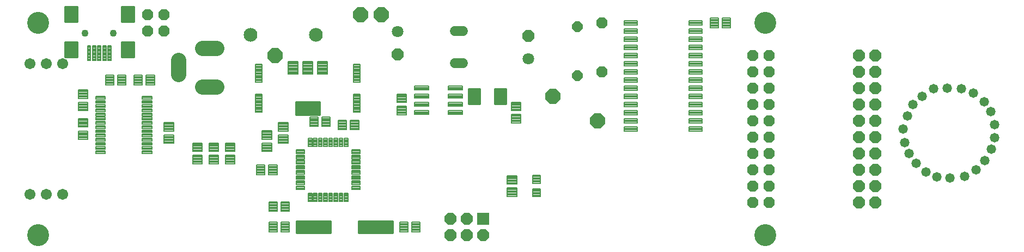
<source format=gts>
G75*
G70*
%OFA0B0*%
%FSLAX24Y24*%
%IPPOS*%
%LPD*%
%AMOC8*
5,1,8,0,0,1.08239X$1,22.5*
%
%ADD10C,0.0083*%
%ADD11C,0.0084*%
%ADD12C,0.0081*%
%ADD13C,0.0596*%
%ADD14OC8,0.0710*%
%ADD15C,0.0710*%
%ADD16OC8,0.0640*%
%ADD17C,0.0082*%
%ADD18OC8,0.0680*%
%ADD19C,0.0580*%
%ADD20C,0.0080*%
%ADD21C,0.0087*%
%ADD22C,0.0081*%
%ADD23R,0.0720X0.0720*%
%ADD24OC8,0.0720*%
%ADD25C,0.0940*%
%ADD26C,0.0840*%
%ADD27C,0.1340*%
%ADD28C,0.0081*%
%ADD29C,0.0080*%
%ADD30C,0.0080*%
%ADD31C,0.0434*%
%ADD32OC8,0.0930*%
%ADD33C,0.0674*%
D10*
X015833Y002506D02*
X016343Y002506D01*
X016343Y001918D01*
X015833Y001918D01*
X015833Y002506D01*
X015833Y002000D02*
X016343Y002000D01*
X016343Y002082D02*
X015833Y002082D01*
X015833Y002164D02*
X016343Y002164D01*
X016343Y002246D02*
X015833Y002246D01*
X015833Y002328D02*
X016343Y002328D01*
X016343Y002410D02*
X015833Y002410D01*
X015833Y002492D02*
X016343Y002492D01*
X016581Y002506D02*
X017091Y002506D01*
X017091Y001918D01*
X016581Y001918D01*
X016581Y002506D01*
X016581Y002000D02*
X017091Y002000D01*
X017091Y002082D02*
X016581Y002082D01*
X016581Y002164D02*
X017091Y002164D01*
X017091Y002246D02*
X016581Y002246D01*
X016581Y002328D02*
X017091Y002328D01*
X017091Y002410D02*
X016581Y002410D01*
X016581Y002492D02*
X017091Y002492D01*
X017091Y003756D02*
X016581Y003756D01*
X017091Y003756D02*
X017091Y003168D01*
X016581Y003168D01*
X016581Y003756D01*
X016581Y003250D02*
X017091Y003250D01*
X017091Y003332D02*
X016581Y003332D01*
X016581Y003414D02*
X017091Y003414D01*
X017091Y003496D02*
X016581Y003496D01*
X016581Y003578D02*
X017091Y003578D01*
X017091Y003660D02*
X016581Y003660D01*
X016581Y003742D02*
X017091Y003742D01*
X016343Y003756D02*
X015833Y003756D01*
X016343Y003756D02*
X016343Y003168D01*
X015833Y003168D01*
X015833Y003756D01*
X015833Y003250D02*
X016343Y003250D01*
X016343Y003332D02*
X015833Y003332D01*
X015833Y003414D02*
X016343Y003414D01*
X016343Y003496D02*
X015833Y003496D01*
X015833Y003578D02*
X016343Y003578D01*
X016343Y003660D02*
X015833Y003660D01*
X015833Y003742D02*
X016343Y003742D01*
X016341Y006006D02*
X015831Y006006D01*
X016341Y006006D02*
X016341Y005418D01*
X015831Y005418D01*
X015831Y006006D01*
X015831Y005500D02*
X016341Y005500D01*
X016341Y005582D02*
X015831Y005582D01*
X015831Y005664D02*
X016341Y005664D01*
X016341Y005746D02*
X015831Y005746D01*
X015831Y005828D02*
X016341Y005828D01*
X016341Y005910D02*
X015831Y005910D01*
X015831Y005992D02*
X016341Y005992D01*
X015593Y006006D02*
X015083Y006006D01*
X015593Y006006D02*
X015593Y005418D01*
X015083Y005418D01*
X015083Y006006D01*
X015083Y005500D02*
X015593Y005500D01*
X015593Y005582D02*
X015083Y005582D01*
X015083Y005664D02*
X015593Y005664D01*
X015593Y005746D02*
X015083Y005746D01*
X015083Y005828D02*
X015593Y005828D01*
X015593Y005910D02*
X015083Y005910D01*
X015083Y005992D02*
X015593Y005992D01*
X013756Y006083D02*
X013756Y006593D01*
X013756Y006083D02*
X013168Y006083D01*
X013168Y006593D01*
X013756Y006593D01*
X013756Y006165D02*
X013168Y006165D01*
X013168Y006247D02*
X013756Y006247D01*
X013756Y006329D02*
X013168Y006329D01*
X013168Y006411D02*
X013756Y006411D01*
X013756Y006493D02*
X013168Y006493D01*
X013168Y006575D02*
X013756Y006575D01*
X012168Y006593D02*
X012168Y006083D01*
X012168Y006593D02*
X012756Y006593D01*
X012756Y006083D01*
X012168Y006083D01*
X012168Y006165D02*
X012756Y006165D01*
X012756Y006247D02*
X012168Y006247D01*
X012168Y006329D02*
X012756Y006329D01*
X012756Y006411D02*
X012168Y006411D01*
X012168Y006493D02*
X012756Y006493D01*
X012756Y006575D02*
X012168Y006575D01*
X011168Y006593D02*
X011168Y006083D01*
X011168Y006593D02*
X011756Y006593D01*
X011756Y006083D01*
X011168Y006083D01*
X011168Y006165D02*
X011756Y006165D01*
X011756Y006247D02*
X011168Y006247D01*
X011168Y006329D02*
X011756Y006329D01*
X011756Y006411D02*
X011168Y006411D01*
X011168Y006493D02*
X011756Y006493D01*
X011756Y006575D02*
X011168Y006575D01*
X011168Y006831D02*
X011168Y007341D01*
X011756Y007341D01*
X011756Y006831D01*
X011168Y006831D01*
X011168Y006913D02*
X011756Y006913D01*
X011756Y006995D02*
X011168Y006995D01*
X011168Y007077D02*
X011756Y007077D01*
X011756Y007159D02*
X011168Y007159D01*
X011168Y007241D02*
X011756Y007241D01*
X011756Y007323D02*
X011168Y007323D01*
X012168Y007341D02*
X012168Y006831D01*
X012168Y007341D02*
X012756Y007341D01*
X012756Y006831D01*
X012168Y006831D01*
X012168Y006913D02*
X012756Y006913D01*
X012756Y006995D02*
X012168Y006995D01*
X012168Y007077D02*
X012756Y007077D01*
X012756Y007159D02*
X012168Y007159D01*
X012168Y007241D02*
X012756Y007241D01*
X012756Y007323D02*
X012168Y007323D01*
X013756Y007341D02*
X013756Y006831D01*
X013168Y006831D01*
X013168Y007341D01*
X013756Y007341D01*
X013756Y006913D02*
X013168Y006913D01*
X013168Y006995D02*
X013756Y006995D01*
X013756Y007077D02*
X013168Y007077D01*
X013168Y007159D02*
X013756Y007159D01*
X013756Y007241D02*
X013168Y007241D01*
X013168Y007323D02*
X013756Y007323D01*
X016006Y007343D02*
X016006Y006833D01*
X015418Y006833D01*
X015418Y007343D01*
X016006Y007343D01*
X016006Y006915D02*
X015418Y006915D01*
X015418Y006997D02*
X016006Y006997D01*
X016006Y007079D02*
X015418Y007079D01*
X015418Y007161D02*
X016006Y007161D01*
X016006Y007243D02*
X015418Y007243D01*
X015418Y007325D02*
X016006Y007325D01*
X016418Y007333D02*
X016418Y007843D01*
X017006Y007843D01*
X017006Y007333D01*
X016418Y007333D01*
X016418Y007415D02*
X017006Y007415D01*
X017006Y007497D02*
X016418Y007497D01*
X016418Y007579D02*
X017006Y007579D01*
X017006Y007661D02*
X016418Y007661D01*
X016418Y007743D02*
X017006Y007743D01*
X017006Y007825D02*
X016418Y007825D01*
X016006Y007581D02*
X016006Y008091D01*
X016006Y007581D02*
X015418Y007581D01*
X015418Y008091D01*
X016006Y008091D01*
X016006Y007663D02*
X015418Y007663D01*
X015418Y007745D02*
X016006Y007745D01*
X016006Y007827D02*
X015418Y007827D01*
X015418Y007909D02*
X016006Y007909D01*
X016006Y007991D02*
X015418Y007991D01*
X015418Y008073D02*
X016006Y008073D01*
X016418Y008081D02*
X016418Y008591D01*
X017006Y008591D01*
X017006Y008081D01*
X016418Y008081D01*
X016418Y008163D02*
X017006Y008163D01*
X017006Y008245D02*
X016418Y008245D01*
X016418Y008327D02*
X017006Y008327D01*
X017006Y008409D02*
X016418Y008409D01*
X016418Y008491D02*
X017006Y008491D01*
X017006Y008573D02*
X016418Y008573D01*
X018333Y008953D02*
X018843Y008953D01*
X018843Y008365D01*
X018333Y008365D01*
X018333Y008953D01*
X018333Y008447D02*
X018843Y008447D01*
X018843Y008529D02*
X018333Y008529D01*
X018333Y008611D02*
X018843Y008611D01*
X018843Y008693D02*
X018333Y008693D01*
X018333Y008775D02*
X018843Y008775D01*
X018843Y008857D02*
X018333Y008857D01*
X018333Y008939D02*
X018843Y008939D01*
X019081Y008953D02*
X019591Y008953D01*
X019591Y008365D01*
X019081Y008365D01*
X019081Y008953D01*
X019081Y008447D02*
X019591Y008447D01*
X019591Y008529D02*
X019081Y008529D01*
X019081Y008611D02*
X019591Y008611D01*
X019591Y008693D02*
X019081Y008693D01*
X019081Y008775D02*
X019591Y008775D01*
X019591Y008857D02*
X019081Y008857D01*
X019081Y008939D02*
X019591Y008939D01*
X020083Y008168D02*
X020593Y008168D01*
X020083Y008168D02*
X020083Y008756D01*
X020593Y008756D01*
X020593Y008168D01*
X020593Y008250D02*
X020083Y008250D01*
X020083Y008332D02*
X020593Y008332D01*
X020593Y008414D02*
X020083Y008414D01*
X020083Y008496D02*
X020593Y008496D01*
X020593Y008578D02*
X020083Y008578D01*
X020083Y008660D02*
X020593Y008660D01*
X020593Y008742D02*
X020083Y008742D01*
X020831Y008168D02*
X021341Y008168D01*
X020831Y008168D02*
X020831Y008756D01*
X021341Y008756D01*
X021341Y008168D01*
X021341Y008250D02*
X020831Y008250D01*
X020831Y008332D02*
X021341Y008332D01*
X021341Y008414D02*
X020831Y008414D01*
X020831Y008496D02*
X021341Y008496D01*
X021341Y008578D02*
X020831Y008578D01*
X020831Y008660D02*
X021341Y008660D01*
X021341Y008742D02*
X020831Y008742D01*
X024256Y009083D02*
X024256Y009593D01*
X024256Y009083D02*
X023668Y009083D01*
X023668Y009593D01*
X024256Y009593D01*
X024256Y009165D02*
X023668Y009165D01*
X023668Y009247D02*
X024256Y009247D01*
X024256Y009329D02*
X023668Y009329D01*
X023668Y009411D02*
X024256Y009411D01*
X024256Y009493D02*
X023668Y009493D01*
X023668Y009575D02*
X024256Y009575D01*
X024256Y009831D02*
X024256Y010341D01*
X024256Y009831D02*
X023668Y009831D01*
X023668Y010341D01*
X024256Y010341D01*
X024256Y009913D02*
X023668Y009913D01*
X023668Y009995D02*
X024256Y009995D01*
X024256Y010077D02*
X023668Y010077D01*
X023668Y010159D02*
X024256Y010159D01*
X024256Y010241D02*
X023668Y010241D01*
X023668Y010323D02*
X024256Y010323D01*
X030668Y009841D02*
X030668Y009331D01*
X030668Y009841D02*
X031256Y009841D01*
X031256Y009331D01*
X030668Y009331D01*
X030668Y009413D02*
X031256Y009413D01*
X031256Y009495D02*
X030668Y009495D01*
X030668Y009577D02*
X031256Y009577D01*
X031256Y009659D02*
X030668Y009659D01*
X030668Y009741D02*
X031256Y009741D01*
X031256Y009823D02*
X030668Y009823D01*
X030668Y009093D02*
X030668Y008583D01*
X030668Y009093D02*
X031256Y009093D01*
X031256Y008583D01*
X030668Y008583D01*
X030668Y008665D02*
X031256Y008665D01*
X031256Y008747D02*
X030668Y008747D01*
X030668Y008829D02*
X031256Y008829D01*
X031256Y008911D02*
X030668Y008911D01*
X030668Y008993D02*
X031256Y008993D01*
X031256Y009075D02*
X030668Y009075D01*
X031977Y004890D02*
X032447Y004890D01*
X031977Y004890D02*
X031977Y005360D01*
X032447Y005360D01*
X032447Y004890D01*
X032447Y004972D02*
X031977Y004972D01*
X031977Y005054D02*
X032447Y005054D01*
X032447Y005136D02*
X031977Y005136D01*
X031977Y005218D02*
X032447Y005218D01*
X032447Y005300D02*
X031977Y005300D01*
X031006Y005341D02*
X031006Y004831D01*
X030418Y004831D01*
X030418Y005341D01*
X031006Y005341D01*
X031006Y004913D02*
X030418Y004913D01*
X030418Y004995D02*
X031006Y004995D01*
X031006Y005077D02*
X030418Y005077D01*
X030418Y005159D02*
X031006Y005159D01*
X031006Y005241D02*
X030418Y005241D01*
X030418Y005323D02*
X031006Y005323D01*
X031006Y004593D02*
X031006Y004083D01*
X030418Y004083D01*
X030418Y004593D01*
X031006Y004593D01*
X031006Y004165D02*
X030418Y004165D01*
X030418Y004247D02*
X031006Y004247D01*
X031006Y004329D02*
X030418Y004329D01*
X030418Y004411D02*
X031006Y004411D01*
X031006Y004493D02*
X030418Y004493D01*
X030418Y004575D02*
X031006Y004575D01*
X031977Y004063D02*
X032447Y004063D01*
X031977Y004063D02*
X031977Y004533D01*
X032447Y004533D01*
X032447Y004063D01*
X032447Y004145D02*
X031977Y004145D01*
X031977Y004227D02*
X032447Y004227D01*
X032447Y004309D02*
X031977Y004309D01*
X031977Y004391D02*
X032447Y004391D01*
X032447Y004473D02*
X031977Y004473D01*
X025091Y001918D02*
X024581Y001918D01*
X024581Y002506D01*
X025091Y002506D01*
X025091Y001918D01*
X025091Y002000D02*
X024581Y002000D01*
X024581Y002082D02*
X025091Y002082D01*
X025091Y002164D02*
X024581Y002164D01*
X024581Y002246D02*
X025091Y002246D01*
X025091Y002328D02*
X024581Y002328D01*
X024581Y002410D02*
X025091Y002410D01*
X025091Y002492D02*
X024581Y002492D01*
X024343Y001918D02*
X023833Y001918D01*
X023833Y002506D01*
X024343Y002506D01*
X024343Y001918D01*
X024343Y002000D02*
X023833Y002000D01*
X023833Y002082D02*
X024343Y002082D01*
X024343Y002164D02*
X023833Y002164D01*
X023833Y002246D02*
X024343Y002246D01*
X024343Y002328D02*
X023833Y002328D01*
X023833Y002410D02*
X024343Y002410D01*
X024343Y002492D02*
X023833Y002492D01*
X010006Y007333D02*
X010006Y007843D01*
X010006Y007333D02*
X009418Y007333D01*
X009418Y007843D01*
X010006Y007843D01*
X010006Y007415D02*
X009418Y007415D01*
X009418Y007497D02*
X010006Y007497D01*
X010006Y007579D02*
X009418Y007579D01*
X009418Y007661D02*
X010006Y007661D01*
X010006Y007743D02*
X009418Y007743D01*
X009418Y007825D02*
X010006Y007825D01*
X010006Y008081D02*
X010006Y008591D01*
X010006Y008081D02*
X009418Y008081D01*
X009418Y008591D01*
X010006Y008591D01*
X010006Y008163D02*
X009418Y008163D01*
X009418Y008245D02*
X010006Y008245D01*
X010006Y008327D02*
X009418Y008327D01*
X009418Y008409D02*
X010006Y008409D01*
X010006Y008491D02*
X009418Y008491D01*
X009418Y008573D02*
X010006Y008573D01*
X004758Y008327D02*
X004758Y008837D01*
X004758Y008327D02*
X004170Y008327D01*
X004170Y008837D01*
X004758Y008837D01*
X004758Y008409D02*
X004170Y008409D01*
X004170Y008491D02*
X004758Y008491D01*
X004758Y008573D02*
X004170Y008573D01*
X004170Y008655D02*
X004758Y008655D01*
X004758Y008737D02*
X004170Y008737D01*
X004170Y008819D02*
X004758Y008819D01*
X004756Y009333D02*
X004756Y009843D01*
X004756Y009333D02*
X004168Y009333D01*
X004168Y009843D01*
X004756Y009843D01*
X004756Y009415D02*
X004168Y009415D01*
X004168Y009497D02*
X004756Y009497D01*
X004756Y009579D02*
X004168Y009579D01*
X004168Y009661D02*
X004756Y009661D01*
X004756Y009743D02*
X004168Y009743D01*
X004168Y009825D02*
X004756Y009825D01*
X004756Y010081D02*
X004756Y010591D01*
X004756Y010081D02*
X004168Y010081D01*
X004168Y010591D01*
X004756Y010591D01*
X004756Y010163D02*
X004168Y010163D01*
X004168Y010245D02*
X004756Y010245D01*
X004756Y010327D02*
X004168Y010327D01*
X004168Y010409D02*
X004756Y010409D01*
X004756Y010491D02*
X004168Y010491D01*
X004168Y010573D02*
X004756Y010573D01*
X005833Y011506D02*
X006343Y011506D01*
X006343Y010918D01*
X005833Y010918D01*
X005833Y011506D01*
X005833Y011000D02*
X006343Y011000D01*
X006343Y011082D02*
X005833Y011082D01*
X005833Y011164D02*
X006343Y011164D01*
X006343Y011246D02*
X005833Y011246D01*
X005833Y011328D02*
X006343Y011328D01*
X006343Y011410D02*
X005833Y011410D01*
X005833Y011492D02*
X006343Y011492D01*
X006581Y011506D02*
X007091Y011506D01*
X007091Y010918D01*
X006581Y010918D01*
X006581Y011506D01*
X006581Y011000D02*
X007091Y011000D01*
X007091Y011082D02*
X006581Y011082D01*
X006581Y011164D02*
X007091Y011164D01*
X007091Y011246D02*
X006581Y011246D01*
X006581Y011328D02*
X007091Y011328D01*
X007091Y011410D02*
X006581Y011410D01*
X006581Y011492D02*
X007091Y011492D01*
X007583Y011506D02*
X008093Y011506D01*
X008093Y010918D01*
X007583Y010918D01*
X007583Y011506D01*
X007583Y011000D02*
X008093Y011000D01*
X008093Y011082D02*
X007583Y011082D01*
X007583Y011164D02*
X008093Y011164D01*
X008093Y011246D02*
X007583Y011246D01*
X007583Y011328D02*
X008093Y011328D01*
X008093Y011410D02*
X007583Y011410D01*
X007583Y011492D02*
X008093Y011492D01*
X008331Y011506D02*
X008841Y011506D01*
X008841Y010918D01*
X008331Y010918D01*
X008331Y011506D01*
X008331Y011000D02*
X008841Y011000D01*
X008841Y011082D02*
X008331Y011082D01*
X008331Y011164D02*
X008841Y011164D01*
X008841Y011246D02*
X008331Y011246D01*
X008331Y011328D02*
X008841Y011328D01*
X008841Y011410D02*
X008331Y011410D01*
X008331Y011492D02*
X008841Y011492D01*
X004758Y008089D02*
X004758Y007579D01*
X004170Y007579D01*
X004170Y008089D01*
X004758Y008089D01*
X004758Y007661D02*
X004170Y007661D01*
X004170Y007743D02*
X004758Y007743D01*
X004758Y007825D02*
X004170Y007825D01*
X004170Y007907D02*
X004758Y007907D01*
X004758Y007989D02*
X004170Y007989D01*
X004170Y008071D02*
X004758Y008071D01*
X042833Y014418D02*
X043343Y014418D01*
X042833Y014418D02*
X042833Y015006D01*
X043343Y015006D01*
X043343Y014418D01*
X043343Y014500D02*
X042833Y014500D01*
X042833Y014582D02*
X043343Y014582D01*
X043343Y014664D02*
X042833Y014664D01*
X042833Y014746D02*
X043343Y014746D01*
X043343Y014828D02*
X042833Y014828D01*
X042833Y014910D02*
X043343Y014910D01*
X043343Y014992D02*
X042833Y014992D01*
X043581Y014418D02*
X044091Y014418D01*
X043581Y014418D02*
X043581Y015006D01*
X044091Y015006D01*
X044091Y014418D01*
X044091Y014500D02*
X043581Y014500D01*
X043581Y014582D02*
X044091Y014582D01*
X044091Y014664D02*
X043581Y014664D01*
X043581Y014746D02*
X044091Y014746D01*
X044091Y014828D02*
X043581Y014828D01*
X043581Y014910D02*
X044091Y014910D01*
X044091Y014992D02*
X043581Y014992D01*
D11*
X023410Y002590D02*
X021314Y002590D01*
X023410Y002590D02*
X023410Y001834D01*
X021314Y001834D01*
X021314Y002590D01*
X021314Y001917D02*
X023410Y001917D01*
X023410Y002000D02*
X021314Y002000D01*
X021314Y002083D02*
X023410Y002083D01*
X023410Y002166D02*
X021314Y002166D01*
X021314Y002249D02*
X023410Y002249D01*
X023410Y002332D02*
X021314Y002332D01*
X021314Y002415D02*
X023410Y002415D01*
X023410Y002498D02*
X021314Y002498D01*
X021314Y002581D02*
X023410Y002581D01*
X019610Y002590D02*
X017514Y002590D01*
X019610Y002590D02*
X019610Y001834D01*
X017514Y001834D01*
X017514Y002590D01*
X017514Y001917D02*
X019610Y001917D01*
X019610Y002000D02*
X017514Y002000D01*
X017514Y002083D02*
X019610Y002083D01*
X019610Y002166D02*
X017514Y002166D01*
X017514Y002249D02*
X019610Y002249D01*
X019610Y002332D02*
X017514Y002332D01*
X017514Y002415D02*
X019610Y002415D01*
X019610Y002498D02*
X017514Y002498D01*
X017514Y002581D02*
X019610Y002581D01*
D12*
X021015Y009235D02*
X021015Y010337D01*
X021409Y010337D01*
X021409Y009235D01*
X021015Y009235D01*
X021015Y009315D02*
X021409Y009315D01*
X021409Y009395D02*
X021015Y009395D01*
X021015Y009475D02*
X021409Y009475D01*
X021409Y009555D02*
X021015Y009555D01*
X021015Y009635D02*
X021409Y009635D01*
X021409Y009715D02*
X021015Y009715D01*
X021015Y009795D02*
X021409Y009795D01*
X021409Y009875D02*
X021015Y009875D01*
X021015Y009955D02*
X021409Y009955D01*
X021409Y010035D02*
X021015Y010035D01*
X021015Y010115D02*
X021409Y010115D01*
X021409Y010195D02*
X021015Y010195D01*
X021015Y010275D02*
X021409Y010275D01*
X021015Y011086D02*
X021015Y012188D01*
X021409Y012188D01*
X021409Y011086D01*
X021015Y011086D01*
X021015Y011166D02*
X021409Y011166D01*
X021409Y011246D02*
X021015Y011246D01*
X021015Y011326D02*
X021409Y011326D01*
X021409Y011406D02*
X021015Y011406D01*
X021015Y011486D02*
X021409Y011486D01*
X021409Y011566D02*
X021015Y011566D01*
X021015Y011646D02*
X021409Y011646D01*
X021409Y011726D02*
X021015Y011726D01*
X021015Y011806D02*
X021409Y011806D01*
X021409Y011886D02*
X021015Y011886D01*
X021015Y011966D02*
X021409Y011966D01*
X021409Y012046D02*
X021015Y012046D01*
X021015Y012126D02*
X021409Y012126D01*
X015409Y012188D02*
X015409Y011086D01*
X015015Y011086D01*
X015015Y012188D01*
X015409Y012188D01*
X015409Y011166D02*
X015015Y011166D01*
X015015Y011246D02*
X015409Y011246D01*
X015409Y011326D02*
X015015Y011326D01*
X015015Y011406D02*
X015409Y011406D01*
X015409Y011486D02*
X015015Y011486D01*
X015015Y011566D02*
X015409Y011566D01*
X015409Y011646D02*
X015015Y011646D01*
X015015Y011726D02*
X015409Y011726D01*
X015409Y011806D02*
X015015Y011806D01*
X015015Y011886D02*
X015409Y011886D01*
X015409Y011966D02*
X015015Y011966D01*
X015015Y012046D02*
X015409Y012046D01*
X015409Y012126D02*
X015015Y012126D01*
X015409Y010337D02*
X015409Y009235D01*
X015015Y009235D01*
X015015Y010337D01*
X015409Y010337D01*
X015409Y009315D02*
X015015Y009315D01*
X015015Y009395D02*
X015409Y009395D01*
X015409Y009475D02*
X015015Y009475D01*
X015015Y009555D02*
X015409Y009555D01*
X015409Y009635D02*
X015015Y009635D01*
X015015Y009715D02*
X015409Y009715D01*
X015409Y009795D02*
X015015Y009795D01*
X015015Y009875D02*
X015409Y009875D01*
X015409Y009955D02*
X015015Y009955D01*
X015015Y010035D02*
X015409Y010035D01*
X015409Y010115D02*
X015015Y010115D01*
X015015Y010195D02*
X015409Y010195D01*
X015409Y010275D02*
X015015Y010275D01*
D13*
X027204Y012227D02*
X027719Y012227D01*
X027719Y014196D02*
X027204Y014196D01*
D14*
X031712Y013912D03*
X023712Y012762D03*
D15*
X023712Y014162D03*
X031712Y012512D03*
D16*
X034712Y011462D03*
X034712Y014462D03*
D17*
X037583Y014583D02*
X037583Y014841D01*
X038381Y014841D01*
X038381Y014583D01*
X037583Y014583D01*
X037583Y014664D02*
X038381Y014664D01*
X038381Y014745D02*
X037583Y014745D01*
X037583Y014826D02*
X038381Y014826D01*
X037583Y014341D02*
X037583Y014083D01*
X037583Y014341D02*
X038381Y014341D01*
X038381Y014083D01*
X037583Y014083D01*
X037583Y014164D02*
X038381Y014164D01*
X038381Y014245D02*
X037583Y014245D01*
X037583Y014326D02*
X038381Y014326D01*
X037583Y013841D02*
X037583Y013583D01*
X037583Y013841D02*
X038381Y013841D01*
X038381Y013583D01*
X037583Y013583D01*
X037583Y013664D02*
X038381Y013664D01*
X038381Y013745D02*
X037583Y013745D01*
X037583Y013826D02*
X038381Y013826D01*
X037583Y013341D02*
X037583Y013083D01*
X037583Y013341D02*
X038381Y013341D01*
X038381Y013083D01*
X037583Y013083D01*
X037583Y013164D02*
X038381Y013164D01*
X038381Y013245D02*
X037583Y013245D01*
X037583Y013326D02*
X038381Y013326D01*
X037583Y012841D02*
X037583Y012583D01*
X037583Y012841D02*
X038381Y012841D01*
X038381Y012583D01*
X037583Y012583D01*
X037583Y012664D02*
X038381Y012664D01*
X038381Y012745D02*
X037583Y012745D01*
X037583Y012826D02*
X038381Y012826D01*
X037583Y012341D02*
X037583Y012083D01*
X037583Y012341D02*
X038381Y012341D01*
X038381Y012083D01*
X037583Y012083D01*
X037583Y012164D02*
X038381Y012164D01*
X038381Y012245D02*
X037583Y012245D01*
X037583Y012326D02*
X038381Y012326D01*
X037583Y011841D02*
X037583Y011583D01*
X037583Y011841D02*
X038381Y011841D01*
X038381Y011583D01*
X037583Y011583D01*
X037583Y011664D02*
X038381Y011664D01*
X038381Y011745D02*
X037583Y011745D01*
X037583Y011826D02*
X038381Y011826D01*
X037583Y011341D02*
X037583Y011083D01*
X037583Y011341D02*
X038381Y011341D01*
X038381Y011083D01*
X037583Y011083D01*
X037583Y011164D02*
X038381Y011164D01*
X038381Y011245D02*
X037583Y011245D01*
X037583Y011326D02*
X038381Y011326D01*
X037583Y010841D02*
X037583Y010583D01*
X037583Y010841D02*
X038381Y010841D01*
X038381Y010583D01*
X037583Y010583D01*
X037583Y010664D02*
X038381Y010664D01*
X038381Y010745D02*
X037583Y010745D01*
X037583Y010826D02*
X038381Y010826D01*
X037583Y010341D02*
X037583Y010083D01*
X037583Y010341D02*
X038381Y010341D01*
X038381Y010083D01*
X037583Y010083D01*
X037583Y010164D02*
X038381Y010164D01*
X038381Y010245D02*
X037583Y010245D01*
X037583Y010326D02*
X038381Y010326D01*
X037583Y009841D02*
X037583Y009583D01*
X037583Y009841D02*
X038381Y009841D01*
X038381Y009583D01*
X037583Y009583D01*
X037583Y009664D02*
X038381Y009664D01*
X038381Y009745D02*
X037583Y009745D01*
X037583Y009826D02*
X038381Y009826D01*
X037583Y009341D02*
X037583Y009083D01*
X037583Y009341D02*
X038381Y009341D01*
X038381Y009083D01*
X037583Y009083D01*
X037583Y009164D02*
X038381Y009164D01*
X038381Y009245D02*
X037583Y009245D01*
X037583Y009326D02*
X038381Y009326D01*
X037583Y008841D02*
X037583Y008583D01*
X037583Y008841D02*
X038381Y008841D01*
X038381Y008583D01*
X037583Y008583D01*
X037583Y008664D02*
X038381Y008664D01*
X038381Y008745D02*
X037583Y008745D01*
X037583Y008826D02*
X038381Y008826D01*
X037583Y008341D02*
X037583Y008083D01*
X037583Y008341D02*
X038381Y008341D01*
X038381Y008083D01*
X037583Y008083D01*
X037583Y008164D02*
X038381Y008164D01*
X038381Y008245D02*
X037583Y008245D01*
X037583Y008326D02*
X038381Y008326D01*
X041543Y008341D02*
X041543Y008083D01*
X041543Y008341D02*
X042341Y008341D01*
X042341Y008083D01*
X041543Y008083D01*
X041543Y008164D02*
X042341Y008164D01*
X042341Y008245D02*
X041543Y008245D01*
X041543Y008326D02*
X042341Y008326D01*
X041543Y008583D02*
X041543Y008841D01*
X042341Y008841D01*
X042341Y008583D01*
X041543Y008583D01*
X041543Y008664D02*
X042341Y008664D01*
X042341Y008745D02*
X041543Y008745D01*
X041543Y008826D02*
X042341Y008826D01*
X041543Y009083D02*
X041543Y009341D01*
X042341Y009341D01*
X042341Y009083D01*
X041543Y009083D01*
X041543Y009164D02*
X042341Y009164D01*
X042341Y009245D02*
X041543Y009245D01*
X041543Y009326D02*
X042341Y009326D01*
X041543Y009583D02*
X041543Y009841D01*
X042341Y009841D01*
X042341Y009583D01*
X041543Y009583D01*
X041543Y009664D02*
X042341Y009664D01*
X042341Y009745D02*
X041543Y009745D01*
X041543Y009826D02*
X042341Y009826D01*
X041543Y010083D02*
X041543Y010341D01*
X042341Y010341D01*
X042341Y010083D01*
X041543Y010083D01*
X041543Y010164D02*
X042341Y010164D01*
X042341Y010245D02*
X041543Y010245D01*
X041543Y010326D02*
X042341Y010326D01*
X041543Y010583D02*
X041543Y010841D01*
X042341Y010841D01*
X042341Y010583D01*
X041543Y010583D01*
X041543Y010664D02*
X042341Y010664D01*
X042341Y010745D02*
X041543Y010745D01*
X041543Y010826D02*
X042341Y010826D01*
X041543Y011083D02*
X041543Y011341D01*
X042341Y011341D01*
X042341Y011083D01*
X041543Y011083D01*
X041543Y011164D02*
X042341Y011164D01*
X042341Y011245D02*
X041543Y011245D01*
X041543Y011326D02*
X042341Y011326D01*
X041543Y011583D02*
X041543Y011841D01*
X042341Y011841D01*
X042341Y011583D01*
X041543Y011583D01*
X041543Y011664D02*
X042341Y011664D01*
X042341Y011745D02*
X041543Y011745D01*
X041543Y011826D02*
X042341Y011826D01*
X041543Y012083D02*
X041543Y012341D01*
X042341Y012341D01*
X042341Y012083D01*
X041543Y012083D01*
X041543Y012164D02*
X042341Y012164D01*
X042341Y012245D02*
X041543Y012245D01*
X041543Y012326D02*
X042341Y012326D01*
X041543Y012583D02*
X041543Y012841D01*
X042341Y012841D01*
X042341Y012583D01*
X041543Y012583D01*
X041543Y012664D02*
X042341Y012664D01*
X042341Y012745D02*
X041543Y012745D01*
X041543Y012826D02*
X042341Y012826D01*
X041543Y013083D02*
X041543Y013341D01*
X042341Y013341D01*
X042341Y013083D01*
X041543Y013083D01*
X041543Y013164D02*
X042341Y013164D01*
X042341Y013245D02*
X041543Y013245D01*
X041543Y013326D02*
X042341Y013326D01*
X041543Y013583D02*
X041543Y013841D01*
X042341Y013841D01*
X042341Y013583D01*
X041543Y013583D01*
X041543Y013664D02*
X042341Y013664D01*
X042341Y013745D02*
X041543Y013745D01*
X041543Y013826D02*
X042341Y013826D01*
X041543Y014083D02*
X041543Y014341D01*
X042341Y014341D01*
X042341Y014083D01*
X041543Y014083D01*
X041543Y014164D02*
X042341Y014164D01*
X042341Y014245D02*
X041543Y014245D01*
X041543Y014326D02*
X042341Y014326D01*
X041543Y014583D02*
X041543Y014841D01*
X042341Y014841D01*
X042341Y014583D01*
X041543Y014583D01*
X041543Y014664D02*
X042341Y014664D01*
X042341Y014745D02*
X041543Y014745D01*
X041543Y014826D02*
X042341Y014826D01*
D18*
X036212Y014712D03*
X045462Y012712D03*
X046462Y012712D03*
X046462Y011712D03*
X045462Y011712D03*
X045462Y010712D03*
X046462Y010712D03*
X046462Y009712D03*
X045462Y009712D03*
X045462Y008712D03*
X046462Y008712D03*
X046462Y007712D03*
X045462Y007712D03*
X045462Y006712D03*
X046462Y006712D03*
X046462Y005712D03*
X045462Y005712D03*
X045462Y004712D03*
X046462Y004712D03*
X046462Y003712D03*
X045462Y003712D03*
X036212Y011712D03*
X009409Y014212D03*
X008409Y014212D03*
X008409Y015212D03*
X009409Y015212D03*
D19*
X054662Y008212D03*
X054912Y009012D03*
X055262Y009712D03*
X055812Y010212D03*
X056512Y010662D03*
X057362Y010712D03*
X058212Y010662D03*
X058962Y010412D03*
X059612Y009862D03*
X060012Y009262D03*
X060262Y008462D03*
X060262Y007662D03*
X060062Y006962D03*
X059662Y006262D03*
X059112Y005712D03*
X058412Y005312D03*
X057512Y005212D03*
X056712Y005262D03*
X056062Y005562D03*
X055462Y006112D03*
X055012Y006712D03*
X054762Y007362D03*
D20*
X026807Y009092D02*
X026807Y009332D01*
X027677Y009332D01*
X027677Y009092D01*
X026807Y009092D01*
X026807Y009171D02*
X027677Y009171D01*
X027677Y009250D02*
X026807Y009250D01*
X026807Y009329D02*
X027677Y009329D01*
X026807Y009592D02*
X026807Y009832D01*
X027677Y009832D01*
X027677Y009592D01*
X026807Y009592D01*
X026807Y009671D02*
X027677Y009671D01*
X027677Y009750D02*
X026807Y009750D01*
X026807Y009829D02*
X027677Y009829D01*
X026807Y010092D02*
X026807Y010332D01*
X027677Y010332D01*
X027677Y010092D01*
X026807Y010092D01*
X026807Y010171D02*
X027677Y010171D01*
X027677Y010250D02*
X026807Y010250D01*
X026807Y010329D02*
X027677Y010329D01*
X026807Y010592D02*
X026807Y010832D01*
X027677Y010832D01*
X027677Y010592D01*
X026807Y010592D01*
X026807Y010671D02*
X027677Y010671D01*
X027677Y010750D02*
X026807Y010750D01*
X026807Y010829D02*
X027677Y010829D01*
X024747Y010832D02*
X024747Y010592D01*
X024747Y010832D02*
X025617Y010832D01*
X025617Y010592D01*
X024747Y010592D01*
X024747Y010671D02*
X025617Y010671D01*
X025617Y010750D02*
X024747Y010750D01*
X024747Y010829D02*
X025617Y010829D01*
X024747Y010332D02*
X024747Y010092D01*
X024747Y010332D02*
X025617Y010332D01*
X025617Y010092D01*
X024747Y010092D01*
X024747Y010171D02*
X025617Y010171D01*
X025617Y010250D02*
X024747Y010250D01*
X024747Y010329D02*
X025617Y010329D01*
X024747Y009832D02*
X024747Y009592D01*
X024747Y009832D02*
X025617Y009832D01*
X025617Y009592D01*
X024747Y009592D01*
X024747Y009671D02*
X025617Y009671D01*
X025617Y009750D02*
X024747Y009750D01*
X024747Y009829D02*
X025617Y009829D01*
X024747Y009332D02*
X024747Y009092D01*
X024747Y009332D02*
X025617Y009332D01*
X025617Y009092D01*
X024747Y009092D01*
X024747Y009171D02*
X025617Y009171D01*
X025617Y009250D02*
X024747Y009250D01*
X024747Y009329D02*
X025617Y009329D01*
D21*
X028063Y009743D02*
X028765Y009743D01*
X028063Y009743D02*
X028063Y010681D01*
X028765Y010681D01*
X028765Y009743D01*
X028765Y009829D02*
X028063Y009829D01*
X028063Y009915D02*
X028765Y009915D01*
X028765Y010001D02*
X028063Y010001D01*
X028063Y010087D02*
X028765Y010087D01*
X028765Y010173D02*
X028063Y010173D01*
X028063Y010259D02*
X028765Y010259D01*
X028765Y010345D02*
X028063Y010345D01*
X028063Y010431D02*
X028765Y010431D01*
X028765Y010517D02*
X028063Y010517D01*
X028063Y010603D02*
X028765Y010603D01*
X029658Y010681D02*
X030360Y010681D01*
X030360Y009743D01*
X029658Y009743D01*
X029658Y010681D01*
X029658Y009829D02*
X030360Y009829D01*
X030360Y009915D02*
X029658Y009915D01*
X029658Y010001D02*
X030360Y010001D01*
X030360Y010087D02*
X029658Y010087D01*
X029658Y010173D02*
X030360Y010173D01*
X030360Y010259D02*
X029658Y010259D01*
X029658Y010345D02*
X030360Y010345D01*
X030360Y010431D02*
X029658Y010431D01*
X029658Y010517D02*
X030360Y010517D01*
X030360Y010603D02*
X029658Y010603D01*
X018957Y009861D02*
X017467Y009861D01*
X018957Y009861D02*
X018957Y009081D01*
X017467Y009081D01*
X017467Y009861D01*
X017467Y009167D02*
X018957Y009167D01*
X018957Y009253D02*
X017467Y009253D01*
X017467Y009339D02*
X018957Y009339D01*
X018957Y009425D02*
X017467Y009425D01*
X017467Y009511D02*
X018957Y009511D01*
X018957Y009597D02*
X017467Y009597D01*
X017467Y009683D02*
X018957Y009683D01*
X018957Y009769D02*
X017467Y009769D01*
X017467Y009855D02*
X018957Y009855D01*
X007584Y013553D02*
X006804Y013553D01*
X007584Y013553D02*
X007584Y012615D01*
X006804Y012615D01*
X006804Y013553D01*
X006804Y012701D02*
X007584Y012701D01*
X007584Y012787D02*
X006804Y012787D01*
X006804Y012873D02*
X007584Y012873D01*
X007584Y012959D02*
X006804Y012959D01*
X006804Y013045D02*
X007584Y013045D01*
X007584Y013131D02*
X006804Y013131D01*
X006804Y013217D02*
X007584Y013217D01*
X007584Y013303D02*
X006804Y013303D01*
X006804Y013389D02*
X007584Y013389D01*
X007584Y013475D02*
X006804Y013475D01*
X004119Y013553D02*
X003339Y013553D01*
X004119Y013553D02*
X004119Y012615D01*
X003339Y012615D01*
X003339Y013553D01*
X003339Y012701D02*
X004119Y012701D01*
X004119Y012787D02*
X003339Y012787D01*
X003339Y012873D02*
X004119Y012873D01*
X004119Y012959D02*
X003339Y012959D01*
X003339Y013045D02*
X004119Y013045D01*
X004119Y013131D02*
X003339Y013131D01*
X003339Y013217D02*
X004119Y013217D01*
X004119Y013303D02*
X003339Y013303D01*
X003339Y013389D02*
X004119Y013389D01*
X004119Y013475D02*
X003339Y013475D01*
X003339Y015718D02*
X004119Y015718D01*
X004119Y014780D01*
X003339Y014780D01*
X003339Y015718D01*
X003339Y014866D02*
X004119Y014866D01*
X004119Y014952D02*
X003339Y014952D01*
X003339Y015038D02*
X004119Y015038D01*
X004119Y015124D02*
X003339Y015124D01*
X003339Y015210D02*
X004119Y015210D01*
X004119Y015296D02*
X003339Y015296D01*
X003339Y015382D02*
X004119Y015382D01*
X004119Y015468D02*
X003339Y015468D01*
X003339Y015554D02*
X004119Y015554D01*
X004119Y015640D02*
X003339Y015640D01*
X006804Y015718D02*
X007584Y015718D01*
X007584Y014780D01*
X006804Y014780D01*
X006804Y015718D01*
X006804Y014866D02*
X007584Y014866D01*
X007584Y014952D02*
X006804Y014952D01*
X006804Y015038D02*
X007584Y015038D01*
X007584Y015124D02*
X006804Y015124D01*
X006804Y015210D02*
X007584Y015210D01*
X007584Y015296D02*
X006804Y015296D01*
X006804Y015382D02*
X007584Y015382D01*
X007584Y015468D02*
X006804Y015468D01*
X006804Y015554D02*
X007584Y015554D01*
X007584Y015640D02*
X006804Y015640D01*
D22*
X018469Y007652D02*
X018469Y007152D01*
X018249Y007152D01*
X018249Y007652D01*
X018469Y007652D01*
X018469Y007232D02*
X018249Y007232D01*
X018249Y007312D02*
X018469Y007312D01*
X018469Y007392D02*
X018249Y007392D01*
X018249Y007472D02*
X018469Y007472D01*
X018469Y007552D02*
X018249Y007552D01*
X018249Y007632D02*
X018469Y007632D01*
X018784Y007652D02*
X018784Y007152D01*
X018564Y007152D01*
X018564Y007652D01*
X018784Y007652D01*
X018784Y007232D02*
X018564Y007232D01*
X018564Y007312D02*
X018784Y007312D01*
X018784Y007392D02*
X018564Y007392D01*
X018564Y007472D02*
X018784Y007472D01*
X018784Y007552D02*
X018564Y007552D01*
X018564Y007632D02*
X018784Y007632D01*
X019099Y007652D02*
X019099Y007152D01*
X018879Y007152D01*
X018879Y007652D01*
X019099Y007652D01*
X019099Y007232D02*
X018879Y007232D01*
X018879Y007312D02*
X019099Y007312D01*
X019099Y007392D02*
X018879Y007392D01*
X018879Y007472D02*
X019099Y007472D01*
X019099Y007552D02*
X018879Y007552D01*
X018879Y007632D02*
X019099Y007632D01*
X019414Y007652D02*
X019414Y007152D01*
X019194Y007152D01*
X019194Y007652D01*
X019414Y007652D01*
X019414Y007232D02*
X019194Y007232D01*
X019194Y007312D02*
X019414Y007312D01*
X019414Y007392D02*
X019194Y007392D01*
X019194Y007472D02*
X019414Y007472D01*
X019414Y007552D02*
X019194Y007552D01*
X019194Y007632D02*
X019414Y007632D01*
X019729Y007652D02*
X019729Y007152D01*
X019509Y007152D01*
X019509Y007652D01*
X019729Y007652D01*
X019729Y007232D02*
X019509Y007232D01*
X019509Y007312D02*
X019729Y007312D01*
X019729Y007392D02*
X019509Y007392D01*
X019509Y007472D02*
X019729Y007472D01*
X019729Y007552D02*
X019509Y007552D01*
X019509Y007632D02*
X019729Y007632D01*
X020044Y007652D02*
X020044Y007152D01*
X019824Y007152D01*
X019824Y007652D01*
X020044Y007652D01*
X020044Y007232D02*
X019824Y007232D01*
X019824Y007312D02*
X020044Y007312D01*
X020044Y007392D02*
X019824Y007392D01*
X019824Y007472D02*
X020044Y007472D01*
X020044Y007552D02*
X019824Y007552D01*
X019824Y007632D02*
X020044Y007632D01*
X020359Y007652D02*
X020359Y007152D01*
X020139Y007152D01*
X020139Y007652D01*
X020359Y007652D01*
X020359Y007232D02*
X020139Y007232D01*
X020139Y007312D02*
X020359Y007312D01*
X020359Y007392D02*
X020139Y007392D01*
X020139Y007472D02*
X020359Y007472D01*
X020359Y007552D02*
X020139Y007552D01*
X020139Y007632D02*
X020359Y007632D01*
X020674Y007652D02*
X020674Y007152D01*
X020454Y007152D01*
X020454Y007652D01*
X020674Y007652D01*
X020674Y007232D02*
X020454Y007232D01*
X020454Y007312D02*
X020674Y007312D01*
X020674Y007392D02*
X020454Y007392D01*
X020454Y007472D02*
X020674Y007472D01*
X020674Y007552D02*
X020454Y007552D01*
X020454Y007632D02*
X020674Y007632D01*
X021402Y006924D02*
X021402Y006704D01*
X020902Y006704D01*
X020902Y006924D01*
X021402Y006924D01*
X021402Y006784D02*
X020902Y006784D01*
X020902Y006864D02*
X021402Y006864D01*
X021402Y006609D02*
X021402Y006389D01*
X020902Y006389D01*
X020902Y006609D01*
X021402Y006609D01*
X021402Y006469D02*
X020902Y006469D01*
X020902Y006549D02*
X021402Y006549D01*
X021402Y006294D02*
X021402Y006074D01*
X020902Y006074D01*
X020902Y006294D01*
X021402Y006294D01*
X021402Y006154D02*
X020902Y006154D01*
X020902Y006234D02*
X021402Y006234D01*
X021402Y005979D02*
X021402Y005759D01*
X020902Y005759D01*
X020902Y005979D01*
X021402Y005979D01*
X021402Y005839D02*
X020902Y005839D01*
X020902Y005919D02*
X021402Y005919D01*
X021402Y005664D02*
X021402Y005444D01*
X020902Y005444D01*
X020902Y005664D01*
X021402Y005664D01*
X021402Y005524D02*
X020902Y005524D01*
X020902Y005604D02*
X021402Y005604D01*
X021402Y005349D02*
X021402Y005129D01*
X020902Y005129D01*
X020902Y005349D01*
X021402Y005349D01*
X021402Y005209D02*
X020902Y005209D01*
X020902Y005289D02*
X021402Y005289D01*
X021402Y005034D02*
X021402Y004814D01*
X020902Y004814D01*
X020902Y005034D01*
X021402Y005034D01*
X021402Y004894D02*
X020902Y004894D01*
X020902Y004974D02*
X021402Y004974D01*
X021402Y004719D02*
X021402Y004499D01*
X020902Y004499D01*
X020902Y004719D01*
X021402Y004719D01*
X021402Y004579D02*
X020902Y004579D01*
X020902Y004659D02*
X021402Y004659D01*
X020674Y004272D02*
X020674Y003772D01*
X020454Y003772D01*
X020454Y004272D01*
X020674Y004272D01*
X020674Y003852D02*
X020454Y003852D01*
X020454Y003932D02*
X020674Y003932D01*
X020674Y004012D02*
X020454Y004012D01*
X020454Y004092D02*
X020674Y004092D01*
X020674Y004172D02*
X020454Y004172D01*
X020454Y004252D02*
X020674Y004252D01*
X020359Y004272D02*
X020359Y003772D01*
X020139Y003772D01*
X020139Y004272D01*
X020359Y004272D01*
X020359Y003852D02*
X020139Y003852D01*
X020139Y003932D02*
X020359Y003932D01*
X020359Y004012D02*
X020139Y004012D01*
X020139Y004092D02*
X020359Y004092D01*
X020359Y004172D02*
X020139Y004172D01*
X020139Y004252D02*
X020359Y004252D01*
X020044Y004272D02*
X020044Y003772D01*
X019824Y003772D01*
X019824Y004272D01*
X020044Y004272D01*
X020044Y003852D02*
X019824Y003852D01*
X019824Y003932D02*
X020044Y003932D01*
X020044Y004012D02*
X019824Y004012D01*
X019824Y004092D02*
X020044Y004092D01*
X020044Y004172D02*
X019824Y004172D01*
X019824Y004252D02*
X020044Y004252D01*
X019729Y004272D02*
X019729Y003772D01*
X019509Y003772D01*
X019509Y004272D01*
X019729Y004272D01*
X019729Y003852D02*
X019509Y003852D01*
X019509Y003932D02*
X019729Y003932D01*
X019729Y004012D02*
X019509Y004012D01*
X019509Y004092D02*
X019729Y004092D01*
X019729Y004172D02*
X019509Y004172D01*
X019509Y004252D02*
X019729Y004252D01*
X019414Y004272D02*
X019414Y003772D01*
X019194Y003772D01*
X019194Y004272D01*
X019414Y004272D01*
X019414Y003852D02*
X019194Y003852D01*
X019194Y003932D02*
X019414Y003932D01*
X019414Y004012D02*
X019194Y004012D01*
X019194Y004092D02*
X019414Y004092D01*
X019414Y004172D02*
X019194Y004172D01*
X019194Y004252D02*
X019414Y004252D01*
X019099Y004272D02*
X019099Y003772D01*
X018879Y003772D01*
X018879Y004272D01*
X019099Y004272D01*
X019099Y003852D02*
X018879Y003852D01*
X018879Y003932D02*
X019099Y003932D01*
X019099Y004012D02*
X018879Y004012D01*
X018879Y004092D02*
X019099Y004092D01*
X019099Y004172D02*
X018879Y004172D01*
X018879Y004252D02*
X019099Y004252D01*
X018784Y004272D02*
X018784Y003772D01*
X018564Y003772D01*
X018564Y004272D01*
X018784Y004272D01*
X018784Y003852D02*
X018564Y003852D01*
X018564Y003932D02*
X018784Y003932D01*
X018784Y004012D02*
X018564Y004012D01*
X018564Y004092D02*
X018784Y004092D01*
X018784Y004172D02*
X018564Y004172D01*
X018564Y004252D02*
X018784Y004252D01*
X018469Y004272D02*
X018469Y003772D01*
X018249Y003772D01*
X018249Y004272D01*
X018469Y004272D01*
X018469Y003852D02*
X018249Y003852D01*
X018249Y003932D02*
X018469Y003932D01*
X018469Y004012D02*
X018249Y004012D01*
X018249Y004092D02*
X018469Y004092D01*
X018469Y004172D02*
X018249Y004172D01*
X018249Y004252D02*
X018469Y004252D01*
X018022Y004499D02*
X018022Y004719D01*
X018022Y004499D02*
X017522Y004499D01*
X017522Y004719D01*
X018022Y004719D01*
X018022Y004579D02*
X017522Y004579D01*
X017522Y004659D02*
X018022Y004659D01*
X018022Y004814D02*
X018022Y005034D01*
X018022Y004814D02*
X017522Y004814D01*
X017522Y005034D01*
X018022Y005034D01*
X018022Y004894D02*
X017522Y004894D01*
X017522Y004974D02*
X018022Y004974D01*
X018022Y005129D02*
X018022Y005349D01*
X018022Y005129D02*
X017522Y005129D01*
X017522Y005349D01*
X018022Y005349D01*
X018022Y005209D02*
X017522Y005209D01*
X017522Y005289D02*
X018022Y005289D01*
X018022Y005444D02*
X018022Y005664D01*
X018022Y005444D02*
X017522Y005444D01*
X017522Y005664D01*
X018022Y005664D01*
X018022Y005524D02*
X017522Y005524D01*
X017522Y005604D02*
X018022Y005604D01*
X018022Y005759D02*
X018022Y005979D01*
X018022Y005759D02*
X017522Y005759D01*
X017522Y005979D01*
X018022Y005979D01*
X018022Y005839D02*
X017522Y005839D01*
X017522Y005919D02*
X018022Y005919D01*
X018022Y006074D02*
X018022Y006294D01*
X018022Y006074D02*
X017522Y006074D01*
X017522Y006294D01*
X018022Y006294D01*
X018022Y006154D02*
X017522Y006154D01*
X017522Y006234D02*
X018022Y006234D01*
X018022Y006389D02*
X018022Y006609D01*
X018022Y006389D02*
X017522Y006389D01*
X017522Y006609D01*
X018022Y006609D01*
X018022Y006469D02*
X017522Y006469D01*
X017522Y006549D02*
X018022Y006549D01*
X018022Y006704D02*
X018022Y006924D01*
X018022Y006704D02*
X017522Y006704D01*
X017522Y006924D01*
X018022Y006924D01*
X018022Y006784D02*
X017522Y006784D01*
X017522Y006864D02*
X018022Y006864D01*
D23*
X028962Y002712D03*
D24*
X027962Y002712D03*
X026962Y002712D03*
X026962Y001712D03*
X027962Y001712D03*
X028962Y001712D03*
X051962Y003712D03*
X052962Y003712D03*
X052962Y004712D03*
X051962Y004712D03*
X051962Y005712D03*
X052962Y005712D03*
X052962Y006712D03*
X051962Y006712D03*
X051962Y007712D03*
X052962Y007712D03*
X052962Y008712D03*
X051962Y008712D03*
X051962Y009712D03*
X052962Y009712D03*
X052962Y010712D03*
X051962Y010712D03*
X051962Y011712D03*
X052962Y011712D03*
X052962Y012712D03*
X051962Y012712D03*
D25*
X012642Y013143D02*
X011782Y013143D01*
X010322Y012392D02*
X010322Y011532D01*
X011782Y010781D02*
X012642Y010781D01*
D26*
X014712Y013962D03*
X018712Y013962D03*
D27*
X001712Y001712D03*
X046212Y001712D03*
X046212Y014712D03*
X001712Y014712D03*
D28*
X005829Y010203D02*
X005829Y010047D01*
X005239Y010047D01*
X005239Y010203D01*
X005829Y010203D01*
X005829Y010127D02*
X005239Y010127D01*
X005829Y009947D02*
X005829Y009791D01*
X005239Y009791D01*
X005239Y009947D01*
X005829Y009947D01*
X005829Y009871D02*
X005239Y009871D01*
X005829Y009691D02*
X005829Y009535D01*
X005239Y009535D01*
X005239Y009691D01*
X005829Y009691D01*
X005829Y009615D02*
X005239Y009615D01*
X005829Y009435D02*
X005829Y009279D01*
X005239Y009279D01*
X005239Y009435D01*
X005829Y009435D01*
X005829Y009359D02*
X005239Y009359D01*
X005829Y009179D02*
X005829Y009023D01*
X005239Y009023D01*
X005239Y009179D01*
X005829Y009179D01*
X005829Y009103D02*
X005239Y009103D01*
X005829Y008924D02*
X005829Y008768D01*
X005239Y008768D01*
X005239Y008924D01*
X005829Y008924D01*
X005829Y008848D02*
X005239Y008848D01*
X005829Y008668D02*
X005829Y008512D01*
X005239Y008512D01*
X005239Y008668D01*
X005829Y008668D01*
X005829Y008592D02*
X005239Y008592D01*
X005829Y008412D02*
X005829Y008256D01*
X005239Y008256D01*
X005239Y008412D01*
X005829Y008412D01*
X005829Y008336D02*
X005239Y008336D01*
X005829Y008156D02*
X005829Y008000D01*
X005239Y008000D01*
X005239Y008156D01*
X005829Y008156D01*
X005829Y008080D02*
X005239Y008080D01*
X005829Y007900D02*
X005829Y007744D01*
X005239Y007744D01*
X005239Y007900D01*
X005829Y007900D01*
X005829Y007824D02*
X005239Y007824D01*
X005829Y007644D02*
X005829Y007488D01*
X005239Y007488D01*
X005239Y007644D01*
X005829Y007644D01*
X005829Y007568D02*
X005239Y007568D01*
X005829Y007388D02*
X005829Y007232D01*
X005239Y007232D01*
X005239Y007388D01*
X005829Y007388D01*
X005829Y007312D02*
X005239Y007312D01*
X005829Y007132D02*
X005829Y006976D01*
X005239Y006976D01*
X005239Y007132D01*
X005829Y007132D01*
X005829Y007056D02*
X005239Y007056D01*
X005829Y006876D02*
X005829Y006720D01*
X005239Y006720D01*
X005239Y006876D01*
X005829Y006876D01*
X005829Y006800D02*
X005239Y006800D01*
X008684Y006876D02*
X008684Y006720D01*
X008094Y006720D01*
X008094Y006876D01*
X008684Y006876D01*
X008684Y006800D02*
X008094Y006800D01*
X008684Y006976D02*
X008684Y007132D01*
X008684Y006976D02*
X008094Y006976D01*
X008094Y007132D01*
X008684Y007132D01*
X008684Y007056D02*
X008094Y007056D01*
X008684Y007232D02*
X008684Y007388D01*
X008684Y007232D02*
X008094Y007232D01*
X008094Y007388D01*
X008684Y007388D01*
X008684Y007312D02*
X008094Y007312D01*
X008684Y007488D02*
X008684Y007644D01*
X008684Y007488D02*
X008094Y007488D01*
X008094Y007644D01*
X008684Y007644D01*
X008684Y007568D02*
X008094Y007568D01*
X008684Y007744D02*
X008684Y007900D01*
X008684Y007744D02*
X008094Y007744D01*
X008094Y007900D01*
X008684Y007900D01*
X008684Y007824D02*
X008094Y007824D01*
X008684Y008000D02*
X008684Y008156D01*
X008684Y008000D02*
X008094Y008000D01*
X008094Y008156D01*
X008684Y008156D01*
X008684Y008080D02*
X008094Y008080D01*
X008684Y008256D02*
X008684Y008412D01*
X008684Y008256D02*
X008094Y008256D01*
X008094Y008412D01*
X008684Y008412D01*
X008684Y008336D02*
X008094Y008336D01*
X008684Y008512D02*
X008684Y008668D01*
X008684Y008512D02*
X008094Y008512D01*
X008094Y008668D01*
X008684Y008668D01*
X008684Y008592D02*
X008094Y008592D01*
X008684Y008768D02*
X008684Y008924D01*
X008684Y008768D02*
X008094Y008768D01*
X008094Y008924D01*
X008684Y008924D01*
X008684Y008848D02*
X008094Y008848D01*
X008684Y009023D02*
X008684Y009179D01*
X008684Y009023D02*
X008094Y009023D01*
X008094Y009179D01*
X008684Y009179D01*
X008684Y009103D02*
X008094Y009103D01*
X008684Y009279D02*
X008684Y009435D01*
X008684Y009279D02*
X008094Y009279D01*
X008094Y009435D01*
X008684Y009435D01*
X008684Y009359D02*
X008094Y009359D01*
X008684Y009535D02*
X008684Y009691D01*
X008684Y009535D02*
X008094Y009535D01*
X008094Y009691D01*
X008684Y009691D01*
X008684Y009615D02*
X008094Y009615D01*
X008684Y009791D02*
X008684Y009947D01*
X008684Y009791D02*
X008094Y009791D01*
X008094Y009947D01*
X008684Y009947D01*
X008684Y009871D02*
X008094Y009871D01*
X008684Y010047D02*
X008684Y010203D01*
X008684Y010047D02*
X008094Y010047D01*
X008094Y010203D01*
X008684Y010203D01*
X008684Y010127D02*
X008094Y010127D01*
D29*
X017011Y012345D02*
X017601Y012345D01*
X017601Y011559D01*
X017011Y011559D01*
X017011Y012345D01*
X017011Y011638D02*
X017601Y011638D01*
X017601Y011717D02*
X017011Y011717D01*
X017011Y011796D02*
X017601Y011796D01*
X017601Y011875D02*
X017011Y011875D01*
X017011Y011954D02*
X017601Y011954D01*
X017601Y012033D02*
X017011Y012033D01*
X017011Y012112D02*
X017601Y012112D01*
X017601Y012191D02*
X017011Y012191D01*
X017011Y012270D02*
X017601Y012270D01*
X017917Y012345D02*
X018507Y012345D01*
X018507Y011559D01*
X017917Y011559D01*
X017917Y012345D01*
X017917Y011638D02*
X018507Y011638D01*
X018507Y011717D02*
X017917Y011717D01*
X017917Y011796D02*
X018507Y011796D01*
X018507Y011875D02*
X017917Y011875D01*
X017917Y011954D02*
X018507Y011954D01*
X018507Y012033D02*
X017917Y012033D01*
X017917Y012112D02*
X018507Y012112D01*
X018507Y012191D02*
X017917Y012191D01*
X017917Y012270D02*
X018507Y012270D01*
X018822Y012345D02*
X019412Y012345D01*
X019412Y011559D01*
X018822Y011559D01*
X018822Y012345D01*
X018822Y011638D02*
X019412Y011638D01*
X019412Y011717D02*
X018822Y011717D01*
X018822Y011796D02*
X019412Y011796D01*
X019412Y011875D02*
X018822Y011875D01*
X018822Y011954D02*
X019412Y011954D01*
X019412Y012033D02*
X018822Y012033D01*
X018822Y012112D02*
X019412Y012112D01*
X019412Y012191D02*
X018822Y012191D01*
X018822Y012270D02*
X019412Y012270D01*
D30*
X006190Y012408D02*
X005994Y012408D01*
X005994Y013316D01*
X006190Y013316D01*
X006190Y012408D01*
X006190Y012487D02*
X005994Y012487D01*
X005994Y012566D02*
X006190Y012566D01*
X006190Y012645D02*
X005994Y012645D01*
X005994Y012724D02*
X006190Y012724D01*
X006190Y012803D02*
X005994Y012803D01*
X005994Y012882D02*
X006190Y012882D01*
X006190Y012961D02*
X005994Y012961D01*
X005994Y013040D02*
X006190Y013040D01*
X006190Y013119D02*
X005994Y013119D01*
X005994Y013198D02*
X006190Y013198D01*
X006190Y013277D02*
X005994Y013277D01*
X005875Y012408D02*
X005679Y012408D01*
X005679Y013316D01*
X005875Y013316D01*
X005875Y012408D01*
X005875Y012487D02*
X005679Y012487D01*
X005679Y012566D02*
X005875Y012566D01*
X005875Y012645D02*
X005679Y012645D01*
X005679Y012724D02*
X005875Y012724D01*
X005875Y012803D02*
X005679Y012803D01*
X005679Y012882D02*
X005875Y012882D01*
X005875Y012961D02*
X005679Y012961D01*
X005679Y013040D02*
X005875Y013040D01*
X005875Y013119D02*
X005679Y013119D01*
X005679Y013198D02*
X005875Y013198D01*
X005875Y013277D02*
X005679Y013277D01*
X005560Y012408D02*
X005364Y012408D01*
X005364Y013316D01*
X005560Y013316D01*
X005560Y012408D01*
X005560Y012487D02*
X005364Y012487D01*
X005364Y012566D02*
X005560Y012566D01*
X005560Y012645D02*
X005364Y012645D01*
X005364Y012724D02*
X005560Y012724D01*
X005560Y012803D02*
X005364Y012803D01*
X005364Y012882D02*
X005560Y012882D01*
X005560Y012961D02*
X005364Y012961D01*
X005364Y013040D02*
X005560Y013040D01*
X005560Y013119D02*
X005364Y013119D01*
X005364Y013198D02*
X005560Y013198D01*
X005560Y013277D02*
X005364Y013277D01*
X005245Y012408D02*
X005049Y012408D01*
X005049Y013316D01*
X005245Y013316D01*
X005245Y012408D01*
X005245Y012487D02*
X005049Y012487D01*
X005049Y012566D02*
X005245Y012566D01*
X005245Y012645D02*
X005049Y012645D01*
X005049Y012724D02*
X005245Y012724D01*
X005245Y012803D02*
X005049Y012803D01*
X005049Y012882D02*
X005245Y012882D01*
X005245Y012961D02*
X005049Y012961D01*
X005049Y013040D02*
X005245Y013040D01*
X005245Y013119D02*
X005049Y013119D01*
X005049Y013198D02*
X005245Y013198D01*
X005245Y013277D02*
X005049Y013277D01*
X004930Y012408D02*
X004734Y012408D01*
X004734Y013316D01*
X004930Y013316D01*
X004930Y012408D01*
X004930Y012487D02*
X004734Y012487D01*
X004734Y012566D02*
X004930Y012566D01*
X004930Y012645D02*
X004734Y012645D01*
X004734Y012724D02*
X004930Y012724D01*
X004930Y012803D02*
X004734Y012803D01*
X004734Y012882D02*
X004930Y012882D01*
X004930Y012961D02*
X004734Y012961D01*
X004734Y013040D02*
X004930Y013040D01*
X004930Y013119D02*
X004734Y013119D01*
X004734Y013198D02*
X004930Y013198D01*
X004930Y013277D02*
X004734Y013277D01*
D31*
X004596Y014068D03*
X006328Y014068D03*
D32*
X016212Y012712D03*
X021462Y015212D03*
X022712Y015212D03*
X033212Y010212D03*
X035962Y008712D03*
D33*
X003212Y012212D03*
X002212Y012212D03*
X001212Y012212D03*
X001212Y004212D03*
X002212Y004212D03*
X003212Y004212D03*
M02*

</source>
